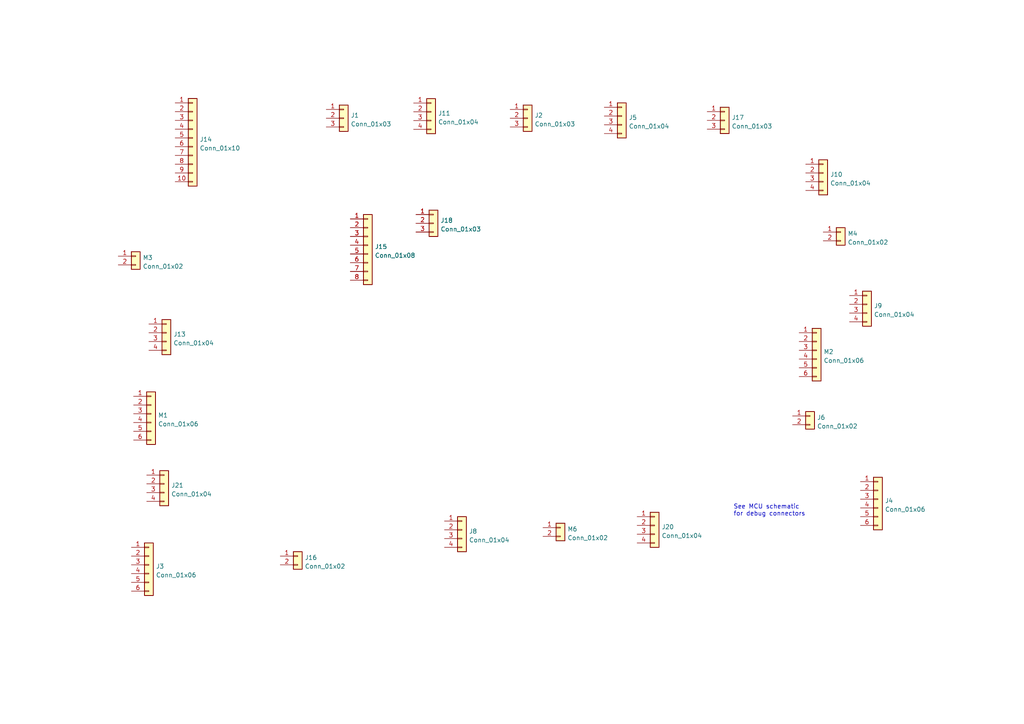
<source format=kicad_sch>
(kicad_sch (version 20211123) (generator eeschema)
  (paper "A4")
  (lib_symbols
    (symbol "Connector_Generic:Conn_01x02" (pin_names (offset 1.016) hide)
      (property "Reference" "J" (at 0 2.54 0))
      (property "Value" "Conn_01x02" (at 0 -5.08 0))
      (symbol "Conn_01x02_1_1"
        (rectangle (start -1.27 -2.413) (end 0 -2.667) (stroke (width 0.1524)))
        (rectangle (start -1.27 0.127) (end 0 -0.127) (stroke (width 0.1524)))
        (rectangle (start -1.27 1.27) (end 1.27 -3.81) (stroke (width 0.254)) (fill (type background)))
        (pin passive line (at -5.08 0 0) (length 3.81) (name "Pin_1") (number "1"))
        (pin passive line (at -5.08 -2.54 0) (length 3.81) (name "Pin_2") (number "2"))
      )
    )
    (symbol "Connector_Generic:Conn_01x03" (pin_names (offset 1.016) hide)
      (property "Reference" "J" (at 0 5.08 0))
      (property "Value" "Conn_01x03" (at 0 -5.08 0))
      (symbol "Conn_01x03_1_1"
        (rectangle (start -1.27 -2.413) (end 0 -2.667) (stroke (width 0.1524)))
        (rectangle (start -1.27 0.127) (end 0 -0.127) (stroke (width 0.1524)))
        (rectangle (start -1.27 2.667) (end 0 2.413) (stroke (width 0.1524)))
        (rectangle (start -1.27 3.81) (end 1.27 -3.81) (stroke (width 0.254)) (fill (type background)))
        (pin passive line (at -5.08 2.54 0) (length 3.81) (name "Pin_1") (number "1"))
        (pin passive line (at -5.08 0 0) (length 3.81) (name "Pin_2") (number "2"))
        (pin passive line (at -5.08 -2.54 0) (length 3.81) (name "Pin_3") (number "3"))
      )
    )
    (symbol "Connector_Generic:Conn_01x04" (pin_names (offset 1.016) hide)
      (property "Reference" "J" (at 0 5.08 0))
      (property "Value" "Conn_01x04" (at 0 -7.62 0))
      (symbol "Conn_01x04_1_1"
        (rectangle (start -1.27 -4.953) (end 0 -5.207) (stroke (width 0.1524)))
        (rectangle (start -1.27 -2.413) (end 0 -2.667) (stroke (width 0.1524)))
        (rectangle (start -1.27 0.127) (end 0 -0.127) (stroke (width 0.1524)))
        (rectangle (start -1.27 2.667) (end 0 2.413) (stroke (width 0.1524)))
        (rectangle (start -1.27 3.81) (end 1.27 -6.35) (stroke (width 0.254)) (fill (type background)))
        (pin passive line (at -5.08 2.54 0) (length 3.81) (name "Pin_1") (number "1"))
        (pin passive line (at -5.08 0 0) (length 3.81) (name "Pin_2") (number "2"))
        (pin passive line (at -5.08 -2.54 0) (length 3.81) (name "Pin_3") (number "3"))
        (pin passive line (at -5.08 -5.08 0) (length 3.81) (name "Pin_4") (number "4"))
      )
    )
    (symbol "Connector_Generic:Conn_01x06" (pin_names (offset 1.016) hide)
      (property "Reference" "J" (at 0 7.62 0))
      (property "Value" "Conn_01x06" (at 0 -10.16 0))
      (symbol "Conn_01x06_1_1"
        (rectangle (start -1.27 -7.493) (end 0 -7.747) (stroke (width 0.1524)))
        (rectangle (start -1.27 -4.953) (end 0 -5.207) (stroke (width 0.1524)))
        (rectangle (start -1.27 -2.413) (end 0 -2.667) (stroke (width 0.1524)))
        (rectangle (start -1.27 0.127) (end 0 -0.127) (stroke (width 0.1524)))
        (rectangle (start -1.27 2.667) (end 0 2.413) (stroke (width 0.1524)))
        (rectangle (start -1.27 5.207) (end 0 4.953) (stroke (width 0.1524)))
        (rectangle (start -1.27 6.35) (end 1.27 -8.89) (stroke (width 0.254)) (fill (type background)))
        (pin passive line (at -5.08 5.08 0) (length 3.81) (name "Pin_1") (number "1"))
        (pin passive line (at -5.08 2.54 0) (length 3.81) (name "Pin_2") (number "2"))
        (pin passive line (at -5.08 0 0) (length 3.81) (name "Pin_3") (number "3"))
        (pin passive line (at -5.08 -2.54 0) (length 3.81) (name "Pin_4") (number "4"))
        (pin passive line (at -5.08 -5.08 0) (length 3.81) (name "Pin_5") (number "5"))
        (pin passive line (at -5.08 -7.62 0) (length 3.81) (name "Pin_6") (number "6"))
      )
    )
    (symbol "Connector_Generic:Conn_01x08" (pin_names (offset 1.016) hide)
      (property "Reference" "J" (at 0 10.16 0))
      (property "Value" "Conn_01x08" (at 0 -12.7 0))
      (symbol "Conn_01x08_1_1"
        (rectangle (start -1.27 -10.033) (end 0 -10.287) (stroke (width 0.1524)))
        (rectangle (start -1.27 -7.493) (end 0 -7.747) (stroke (width 0.1524)))
        (rectangle (start -1.27 -4.953) (end 0 -5.207) (stroke (width 0.1524)))
        (rectangle (start -1.27 -2.413) (end 0 -2.667) (stroke (width 0.1524)))
        (rectangle (start -1.27 0.127) (end 0 -0.127) (stroke (width 0.1524)))
        (rectangle (start -1.27 2.667) (end 0 2.413) (stroke (width 0.1524)))
        (rectangle (start -1.27 5.207) (end 0 4.953) (stroke (width 0.1524)))
        (rectangle (start -1.27 7.747) (end 0 7.493) (stroke (width 0.1524)))
        (rectangle (start -1.27 8.89) (end 1.27 -11.43) (stroke (width 0.254)) (fill (type background)))
        (pin passive line (at -5.08 7.62 0) (length 3.81) (name "Pin_1") (number "1"))
        (pin passive line (at -5.08 5.08 0) (length 3.81) (name "Pin_2") (number "2"))
        (pin passive line (at -5.08 2.54 0) (length 3.81) (name "Pin_3") (number "3"))
        (pin passive line (at -5.08 0 0) (length 3.81) (name "Pin_4") (number "4"))
        (pin passive line (at -5.08 -2.54 0) (length 3.81) (name "Pin_5") (number "5"))
        (pin passive line (at -5.08 -5.08 0) (length 3.81) (name "Pin_6") (number "6"))
        (pin passive line (at -5.08 -7.62 0) (length 3.81) (name "Pin_7") (number "7"))
        (pin passive line (at -5.08 -10.16 0) (length 3.81) (name "Pin_8") (number "8"))
      )
    )
    (symbol "Connector_Generic:Conn_01x10" (pin_names (offset 1.016) hide)
      (property "Reference" "J" (at 0 12.7 0))
      (property "Value" "Conn_01x10" (at 0 -15.24 0))
      (symbol "Conn_01x10_1_1"
        (rectangle (start -1.27 -12.573) (end 0 -12.827) (stroke (width 0.1524)))
        (rectangle (start -1.27 -10.033) (end 0 -10.287) (stroke (width 0.1524)))
        (rectangle (start -1.27 -7.493) (end 0 -7.747) (stroke (width 0.1524)))
        (rectangle (start -1.27 -4.953) (end 0 -5.207) (stroke (width 0.1524)))
        (rectangle (start -1.27 -2.413) (end 0 -2.667) (stroke (width 0.1524)))
        (rectangle (start -1.27 0.127) (end 0 -0.127) (stroke (width 0.1524)))
        (rectangle (start -1.27 2.667) (end 0 2.413) (stroke (width 0.1524)))
        (rectangle (start -1.27 5.207) (end 0 4.953) (stroke (width 0.1524)))
        (rectangle (start -1.27 7.747) (end 0 7.493) (stroke (width 0.1524)))
        (rectangle (start -1.27 10.287) (end 0 10.033) (stroke (width 0.1524)))
        (rectangle (start -1.27 11.43) (end 1.27 -13.97) (stroke (width 0.254)) (fill (type background)))
        (pin passive line (at -5.08 10.16 0) (length 3.81) (name "Pin_1") (number "1"))
        (pin passive line (at -5.08 -12.7 0) (length 3.81) (name "Pin_10") (number "10"))
        (pin passive line (at -5.08 7.62 0) (length 3.81) (name "Pin_2") (number "2"))
        (pin passive line (at -5.08 5.08 0) (length 3.81) (name "Pin_3") (number "3"))
        (pin passive line (at -5.08 2.54 0) (length 3.81) (name "Pin_4") (number "4"))
        (pin passive line (at -5.08 0 0) (length 3.81) (name "Pin_5") (number "5"))
        (pin passive line (at -5.08 -2.54 0) (length 3.81) (name "Pin_6") (number "6"))
        (pin passive line (at -5.08 -5.08 0) (length 3.81) (name "Pin_7") (number "7"))
        (pin passive line (at -5.08 -7.62 0) (length 3.81) (name "Pin_8") (number "8"))
        (pin passive line (at -5.08 -10.16 0) (length 3.81) (name "Pin_9") (number "9"))
      )
    )
  )
  (text "See MCU schematic\nfor debug connectors\n" (at 212.725 149.86 0) (effects (font (size 1.27 1.27)) (justify left bottom)))
  (symbol (lib_id "Connector_Generic:Conn_01x04") (at 47.625 140.335 0) (unit 1)
    (property "Reference" "J21" (at 49.657 140.7703 0) (effects (justify left)))
    (property "Value" "Conn_01x04" (at 49.657 143.3072 0) (effects (justify left)))
  )
  (symbol (lib_id "Connector_Generic:Conn_01x06") (at 43.815 120.015 0) (unit 1)
    (property "Reference" "M1" (at 45.847 120.4503 0) (effects (justify left)))
    (property "Value" "Conn_01x06" (at 45.847 122.9872 0) (effects (justify left)))
  )
  (symbol (lib_id "Connector_Generic:Conn_01x10") (at 55.88 40.005 0) (unit 1)
    (property "Reference" "J14" (at 57.912 40.4403 0) (effects (justify left)))
    (property "Value" "Conn_01x10" (at 57.912 42.9772 0) (effects (justify left)))
  )
  (symbol (lib_id "Connector_Generic:Conn_01x06") (at 236.855 101.6 0) (unit 1)
    (property "Reference" "M2" (at 238.887 102.0353 0) (effects (justify left)))
    (property "Value" "Conn_01x06" (at 238.887 104.5722 0) (effects (justify left)))
  )
  (symbol (lib_id "Connector_Generic:Conn_01x04") (at 125.0332 32.4293 0) (unit 1)
    (property "Reference" "J11" (at 127.0652 32.8646 0) (effects (justify left)))
    (property "Value" "Conn_01x04" (at 127.0652 35.4015 0) (effects (justify left)))
  )
  (symbol (lib_id "Connector_Generic:Conn_01x02") (at 39.37 74.295 0) (unit 1)
    (property "Reference" "M3" (at 41.402 74.7303 0) (effects (justify left)))
    (property "Value" "Conn_01x02" (at 41.402 77.2672 0) (effects (justify left)))
  )
  (symbol (lib_id "Connector_Generic:Conn_01x08") (at 106.68 71.12 0) (unit 1)
    (property "Reference" "J15" (at 108.712 71.5553 0) (effects (justify left)))
    (property "Value" "Conn_01x08" (at 108.712 74.0922 0) (effects (justify left)))
  )
  (symbol (lib_id "Connector_Generic:Conn_01x02") (at 162.56 153.035 0) (unit 1)
    (property "Reference" "M6" (at 164.592 153.4703 0) (effects (justify left)))
    (property "Value" "Conn_01x02" (at 164.592 156.0072 0) (effects (justify left)))
  )
  (symbol (lib_id "Connector_Generic:Conn_01x04") (at 133.985 153.67 0) (unit 1)
    (property "Reference" "J8" (at 136.017 154.1053 0) (effects (justify left)))
    (property "Value" "Conn_01x04" (at 136.017 156.6422 0) (effects (justify left)))
  )
  (symbol (lib_id "Connector_Generic:Conn_01x03") (at 153.035 34.29 0) (unit 1)
    (property "Reference" "J2" (at 155.067 33.4553 0) (effects (justify left)))
    (property "Value" "Conn_01x03" (at 155.067 35.9922 0) (effects (justify left)))
  )
  (symbol (lib_id "Connector_Generic:Conn_01x06") (at 254.635 144.78 0) (unit 1)
    (property "Reference" "J4" (at 256.667 145.2153 0) (effects (justify left)))
    (property "Value" "Conn_01x06" (at 256.667 147.7522 0) (effects (justify left)))
  )
  (symbol (lib_id "Connector_Generic:Conn_01x06") (at 43.18 163.83 0) (unit 1)
    (property "Reference" "J3" (at 45.212 164.2653 0) (effects (justify left)))
    (property "Value" "Conn_01x06" (at 45.212 166.8022 0) (effects (justify left)))
  )
  (symbol (lib_id "Connector_Generic:Conn_01x03") (at 210.185 34.925 0) (unit 1)
    (property "Reference" "J17" (at 212.217 34.0903 0) (effects (justify left)))
    (property "Value" "Conn_01x03" (at 212.217 36.6272 0) (effects (justify left)))
  )
  (symbol (lib_id "Connector_Generic:Conn_01x04") (at 48.26 96.52 0) (unit 1)
    (property "Reference" "J13" (at 50.292 96.9553 0) (effects (justify left)))
    (property "Value" "Conn_01x04" (at 50.292 99.4922 0) (effects (justify left)))
  )
  (symbol (lib_id "Connector_Generic:Conn_01x04") (at 238.76 50.165 0) (unit 1)
    (property "Reference" "J10" (at 240.792 50.6003 0) (effects (justify left)))
    (property "Value" "Conn_01x04" (at 240.792 53.1372 0) (effects (justify left)))
  )
  (symbol (lib_id "Connector_Generic:Conn_01x04") (at 251.46 88.265 0) (unit 1)
    (property "Reference" "J9" (at 253.492 88.7003 0) (effects (justify left)))
    (property "Value" "Conn_01x04" (at 253.492 91.2372 0) (effects (justify left)))
  )
  (symbol (lib_id "Connector_Generic:Conn_01x04") (at 180.34 33.655 0) (unit 1)
    (property "Reference" "J5" (at 182.372 34.0903 0) (effects (justify left)))
    (property "Value" "Conn_01x04" (at 182.372 36.6272 0) (effects (justify left)))
  )
  (symbol (lib_id "Connector_Generic:Conn_01x02") (at 234.95 120.65 0) (unit 1)
    (property "Reference" "J6" (at 236.982 121.0853 0) (effects (justify left)))
    (property "Value" "Conn_01x02" (at 236.982 123.6222 0) (effects (justify left)))
  )
  (symbol (lib_id "Connector_Generic:Conn_01x02") (at 243.84 67.31 0) (unit 1)
    (property "Reference" "M4" (at 245.872 67.7453 0) (effects (justify left)))
    (property "Value" "Conn_01x02" (at 245.872 70.2822 0) (effects (justify left)))
  )
  (symbol (lib_id "Connector_Generic:Conn_01x02") (at 86.36 161.29 0) (unit 1)
    (property "Reference" "J16" (at 88.392 161.7253 0) (effects (justify left)))
    (property "Value" "Conn_01x02" (at 88.392 164.2622 0) (effects (justify left)))
  )
  (symbol (lib_id "Connector_Generic:Conn_01x03") (at 125.73 64.77 0) (unit 1)
    (property "Reference" "J18" (at 127.762 63.9353 0) (effects (justify left)))
    (property "Value" "Conn_01x03" (at 127.762 66.4722 0) (effects (justify left)))
  )
  (symbol (lib_id "Connector_Generic:Conn_01x03") (at 99.695 34.29 0) (unit 1)
    (property "Reference" "J1" (at 101.727 33.4553 0) (effects (justify left)))
    (property "Value" "Conn_01x03" (at 101.727 35.9922 0) (effects (justify left)))
  )
  (symbol (lib_id "Connector_Generic:Conn_01x04") (at 189.865 152.4 0) (unit 1)
    (property "Reference" "J20" (at 191.897 152.8353 0) (effects (justify left)))
    (property "Value" "Conn_01x04" (at 191.897 155.3722 0) (effects (justify left)))
  )
)
</source>
